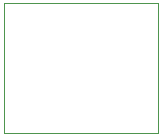
<source format=gm1>
%TF.GenerationSoftware,KiCad,Pcbnew,(5.1.6-0-10_14)*%
%TF.CreationDate,2021-01-06T14:26:18+09:00*%
%TF.ProjectId,qPCR-xtal,71504352-2d78-4746-916c-2e6b69636164,rev?*%
%TF.SameCoordinates,Original*%
%TF.FileFunction,Profile,NP*%
%FSLAX46Y46*%
G04 Gerber Fmt 4.6, Leading zero omitted, Abs format (unit mm)*
G04 Created by KiCad (PCBNEW (5.1.6-0-10_14)) date 2021-01-06 14:26:18*
%MOMM*%
%LPD*%
G01*
G04 APERTURE LIST*
%TA.AperFunction,Profile*%
%ADD10C,0.100000*%
%TD*%
G04 APERTURE END LIST*
D10*
X142500000Y-113500000D02*
X129500000Y-113500000D01*
X142500000Y-124500000D02*
X142500000Y-113500000D01*
X129500000Y-124500000D02*
X142500000Y-124500000D01*
X129500000Y-113500000D02*
X129500000Y-124500000D01*
M02*

</source>
